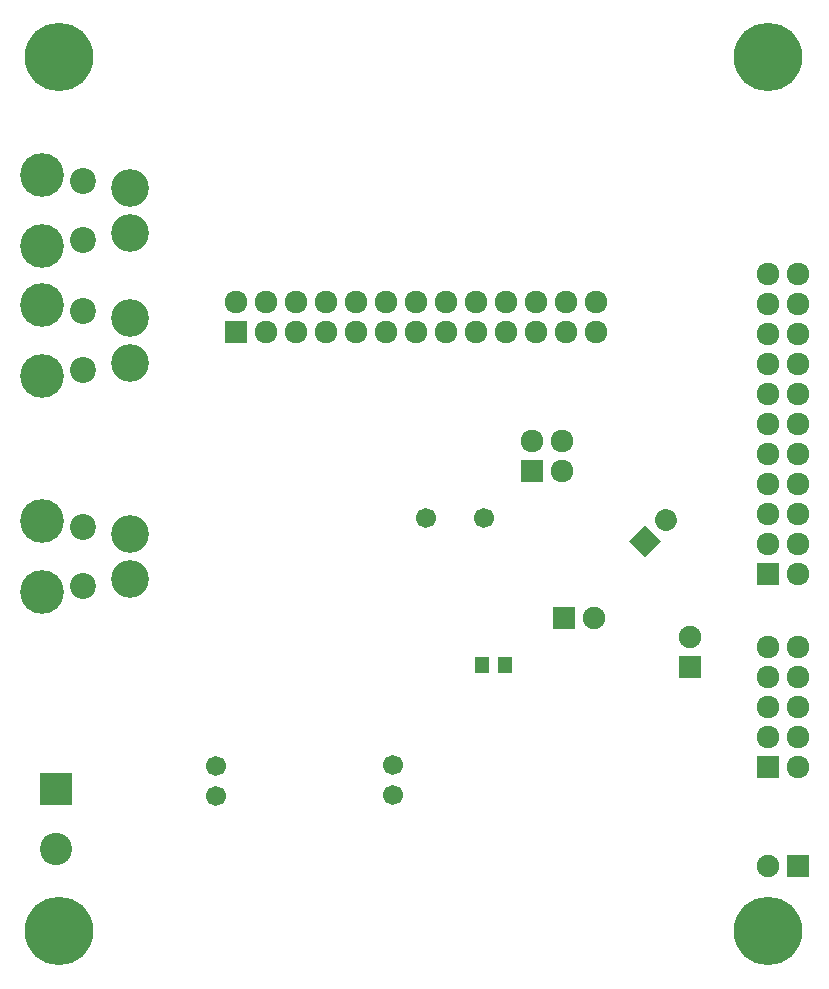
<source format=gbr>
G04 #@! TF.FileFunction,Soldermask,Bot*
%FSLAX46Y46*%
G04 Gerber Fmt 4.6, Leading zero omitted, Abs format (unit mm)*
G04 Created by KiCad (PCBNEW 4.0.7) date 02/05/18 14:07:45*
%MOMM*%
%LPD*%
G01*
G04 APERTURE LIST*
%ADD10C,0.100000*%
%ADD11R,1.927200X1.927200*%
%ADD12O,1.927200X1.927200*%
%ADD13C,1.701140*%
%ADD14R,2.740000X2.740000*%
%ADD15C,2.740000*%
%ADD16R,1.200000X1.450000*%
%ADD17R,1.900000X1.900000*%
%ADD18O,1.900000X1.900000*%
%ADD19C,1.900000*%
%ADD20C,3.200000*%
%ADD21C,2.200000*%
%ADD22C,3.700000*%
%ADD23C,5.800000*%
G04 APERTURE END LIST*
D10*
D11*
X20166000Y-28485732D03*
D12*
X20166000Y-25945732D03*
X22706000Y-28485732D03*
X22706000Y-25945732D03*
X25246000Y-28485732D03*
X25246000Y-25945732D03*
X27786000Y-28485732D03*
X27786000Y-25945732D03*
X30326000Y-28485732D03*
X30326000Y-25945732D03*
X32866000Y-28485732D03*
X32866000Y-25945732D03*
X35406000Y-28485732D03*
X35406000Y-25945732D03*
X37946000Y-28485732D03*
X37946000Y-25945732D03*
X40486000Y-28485732D03*
X40486000Y-25945732D03*
X43026000Y-28485732D03*
X43026000Y-25945732D03*
X45566000Y-28485732D03*
X45566000Y-25945732D03*
X48106000Y-28485732D03*
X48106000Y-25945732D03*
X50646000Y-28485732D03*
X50646000Y-25945732D03*
D13*
X36259060Y-44200000D03*
X41140940Y-44200000D03*
D11*
X45200000Y-40200000D03*
D12*
X47740000Y-40200000D03*
X45200000Y-37660000D03*
X47740000Y-37660000D03*
D11*
X65200000Y-65280000D03*
D12*
X67740000Y-65280000D03*
X65200000Y-62740000D03*
X67740000Y-62740000D03*
X65200000Y-60200000D03*
X67740000Y-60200000D03*
X65200000Y-57660000D03*
X67740000Y-57660000D03*
X65200000Y-55120000D03*
X67740000Y-55120000D03*
D11*
X65200000Y-48950000D03*
D12*
X67740000Y-48950000D03*
X65200000Y-46410000D03*
X67740000Y-46410000D03*
X65200000Y-43870000D03*
X67740000Y-43870000D03*
X65200000Y-41330000D03*
X67740000Y-41330000D03*
X65200000Y-38790000D03*
X67740000Y-38790000D03*
X65200000Y-36250000D03*
X67740000Y-36250000D03*
X65200000Y-33710000D03*
X67740000Y-33710000D03*
X65200000Y-31170000D03*
X67740000Y-31170000D03*
X65200000Y-28630000D03*
X67740000Y-28630000D03*
X65200000Y-26090000D03*
X67740000Y-26090000D03*
X65200000Y-23550000D03*
X67740000Y-23550000D03*
D13*
X18450000Y-65200000D03*
X18450000Y-67740000D03*
X33450000Y-65160000D03*
X33450000Y-67700000D03*
D14*
X4950000Y-67160000D03*
D15*
X4950000Y-72240000D03*
D16*
X40950000Y-56700000D03*
X42950000Y-56700000D03*
D17*
X67740000Y-73700000D03*
D18*
X65200000Y-73700000D03*
D17*
X58600000Y-56800000D03*
D18*
X58600000Y-54260000D03*
D10*
G36*
X56143503Y-46200000D02*
X54800000Y-47543503D01*
X53456497Y-46200000D01*
X54800000Y-44856497D01*
X56143503Y-46200000D01*
X56143503Y-46200000D01*
G37*
D19*
X56596051Y-44403949D02*
X56596051Y-44403949D01*
D17*
X47950000Y-52700000D03*
D18*
X50490000Y-52700000D03*
D20*
X11200000Y-31100000D03*
X11200000Y-27300000D03*
D21*
X7200000Y-31700000D03*
X7200000Y-26700000D03*
D22*
X3700000Y-32200000D03*
X3700000Y-26200000D03*
D20*
X11200000Y-20100000D03*
X11200000Y-16300000D03*
D21*
X7200000Y-20700000D03*
X7200000Y-15700000D03*
D22*
X3700000Y-21200000D03*
X3700000Y-15200000D03*
D20*
X11200000Y-49350000D03*
X11200000Y-45550000D03*
D21*
X7200000Y-49950000D03*
X7200000Y-44950000D03*
D22*
X3700000Y-50450000D03*
X3700000Y-44450000D03*
D23*
X5200000Y-5200000D03*
X65200000Y-5200000D03*
X65200000Y-79200000D03*
X5200000Y-79200000D03*
M02*

</source>
